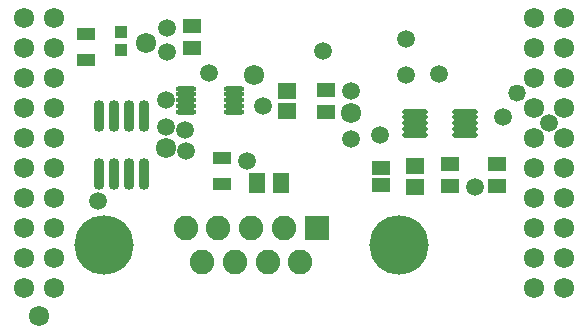
<source format=gts>
G04 Layer_Color=20142*
%FSLAX42Y42*%
%MOMM*%
G71*
G01*
G75*
%ADD40R,1.50X1.10*%
%ADD41R,1.65X1.25*%
%ADD42R,1.65X1.35*%
%ADD43O,0.90X2.70*%
%ADD44O,2.20X0.50*%
%ADD45R,1.10X1.10*%
%ADD46R,1.34X1.72*%
%ADD47R,1.55X1.30*%
%ADD48O,1.75X0.45*%
%ADD49C,1.72*%
%ADD50C,5.03*%
%ADD51C,2.08*%
%ADD52R,2.08X2.08*%
%ADD53C,1.50*%
%ADD54C,1.47*%
D40*
X5650Y7740D02*
D03*
Y7520D02*
D03*
X6800Y6465D02*
D03*
Y6685D02*
D03*
D41*
X6550Y7803D02*
D03*
Y7618D02*
D03*
X8730Y6447D02*
D03*
Y6632D02*
D03*
X9130Y6447D02*
D03*
Y6632D02*
D03*
X7680Y7262D02*
D03*
Y7078D02*
D03*
D42*
X8440Y6618D02*
D03*
Y6443D02*
D03*
X7350Y7257D02*
D03*
Y7082D02*
D03*
D43*
X6140Y7045D02*
D03*
X6013D02*
D03*
X5886D02*
D03*
X5759D02*
D03*
X6140Y6555D02*
D03*
X6013D02*
D03*
X5886D02*
D03*
X5759D02*
D03*
D44*
X8440Y7080D02*
D03*
Y7030D02*
D03*
Y6980D02*
D03*
Y6930D02*
D03*
Y6880D02*
D03*
X8860Y7080D02*
D03*
Y7030D02*
D03*
Y6980D02*
D03*
Y6930D02*
D03*
Y6880D02*
D03*
D45*
X5950Y7605D02*
D03*
Y7755D02*
D03*
D46*
X7098Y6475D02*
D03*
X7302D02*
D03*
D47*
X8150Y6460D02*
D03*
Y6600D02*
D03*
D48*
X6903Y7075D02*
D03*
Y7125D02*
D03*
Y7175D02*
D03*
Y7225D02*
D03*
Y7275D02*
D03*
X6498Y7075D02*
D03*
Y7125D02*
D03*
Y7175D02*
D03*
Y7225D02*
D03*
Y7275D02*
D03*
D49*
X6160Y7660D02*
D03*
X6325Y6775D02*
D03*
X7890Y7070D02*
D03*
X7070Y7390D02*
D03*
X5250Y5350D02*
D03*
X5127Y7873D02*
D03*
X5381D02*
D03*
X5127Y7619D02*
D03*
X5381D02*
D03*
X5127Y7365D02*
D03*
X5381D02*
D03*
X5127Y7111D02*
D03*
X5381D02*
D03*
X5127Y6857D02*
D03*
X5381D02*
D03*
X5127Y6603D02*
D03*
X5381D02*
D03*
X5127Y6349D02*
D03*
X5381D02*
D03*
X5127Y6095D02*
D03*
X5381D02*
D03*
X5127Y5841D02*
D03*
X5381D02*
D03*
X5127Y5587D02*
D03*
X5381D02*
D03*
X9445Y7873D02*
D03*
X9699D02*
D03*
X9445Y7619D02*
D03*
X9699D02*
D03*
X9445Y7365D02*
D03*
X9699D02*
D03*
X9445Y7111D02*
D03*
X9699D02*
D03*
X9445Y6857D02*
D03*
X9699D02*
D03*
X9445Y6603D02*
D03*
X9699D02*
D03*
X9445Y6349D02*
D03*
X9699D02*
D03*
X9445Y6095D02*
D03*
X9699D02*
D03*
X9445Y5841D02*
D03*
X9699D02*
D03*
X9445Y5587D02*
D03*
X9699D02*
D03*
D50*
X5799Y5950D02*
D03*
X8301D02*
D03*
D51*
X6635Y5808D02*
D03*
X6911D02*
D03*
X7189D02*
D03*
X7466D02*
D03*
X6495Y6092D02*
D03*
X6772D02*
D03*
X7051D02*
D03*
X7328D02*
D03*
D52*
X7605D02*
D03*
D53*
X8140Y6880D02*
D03*
X8360Y7690D02*
D03*
X7660Y7590D02*
D03*
X9180Y7030D02*
D03*
X9570Y6980D02*
D03*
X7890Y7253D02*
D03*
Y6850D02*
D03*
X8640Y7400D02*
D03*
X8360Y7390D02*
D03*
X8940Y6440D02*
D03*
X7150Y7130D02*
D03*
X6340Y7790D02*
D03*
Y7580D02*
D03*
X6690Y7410D02*
D03*
X6325Y7175D02*
D03*
X5750Y6320D02*
D03*
X6490Y6920D02*
D03*
X6500Y6750D02*
D03*
X7012Y6662D02*
D03*
X6325Y6950D02*
D03*
D54*
X9300Y7240D02*
D03*
M02*

</source>
